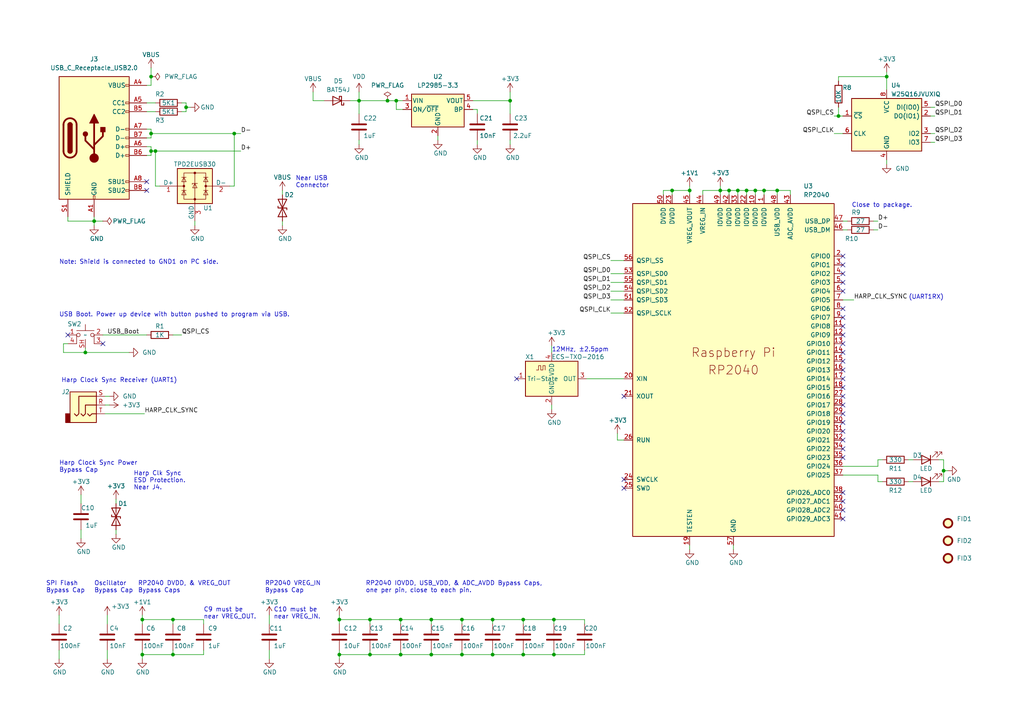
<source format=kicad_sch>
(kicad_sch (version 20230121) (generator eeschema)
  (paper "A4")
  (title_block (rev "0.1") (company "The Allen Institute"))
  (junction (at 273.685 136.525))
  (junction (at 112.395 29.21))
  (junction (at 147.955 29.21))
  (junction (at 104.14 29.21))
  (junction (at 213.995 55.245))
  (junction (at 107.315 179.705))
  (junction (at 41.275 189.865))
  (junction (at 45.085 43.815))
  (junction (at 133.985 189.865))
  (junction (at 194.945 55.245))
  (junction (at 116.205 179.705))
  (junction (at 211.455 55.245))
  (junction (at 27.305 64.135))
  (junction (at 98.425 179.705))
  (junction (at 67.945 38.735))
  (junction (at 98.425 189.865))
  (junction (at 24.765 102.235))
  (junction (at 160.655 189.865))
  (junction (at 116.205 189.865))
  (junction (at 125.095 179.705))
  (junction (at 43.815 43.815))
  (junction (at 107.315 189.865))
  (junction (at 243.205 33.655))
  (junction (at 216.535 55.245))
  (junction (at 151.765 179.705))
  (junction (at 221.615 55.245))
  (junction (at 257.175 22.225))
  (junction (at 50.165 179.705))
  (junction (at 142.875 179.705))
  (junction (at 133.985 179.705))
  (junction (at 53.975 31.115))
  (junction (at 43.815 38.735))
  (junction (at 160.655 179.705))
  (junction (at 208.915 55.245))
  (junction (at 114.935 29.21))
  (junction (at 41.275 179.705))
  (junction (at 50.165 189.865))
  (junction (at 225.425 55.245))
  (junction (at 43.815 22.225))
  (junction (at 142.875 189.865))
  (junction (at 125.095 189.865))
  (junction (at 219.075 55.245))
  (junction (at 151.765 189.865))
  (junction (at 200.025 55.245))
  (no_connect (at 244.475 109.855))
  (no_connect (at 244.475 130.175))
  (no_connect (at 244.475 117.475))
  (no_connect (at 244.475 99.695))
  (no_connect (at 244.475 81.915))
  (no_connect (at 244.475 79.375))
  (no_connect (at 42.545 52.705))
  (no_connect (at 244.475 145.415))
  (no_connect (at 244.475 150.495))
  (no_connect (at 244.475 94.615))
  (no_connect (at 244.475 92.075))
  (no_connect (at 244.475 74.295))
  (no_connect (at 244.475 120.015))
  (no_connect (at 244.475 132.715))
  (no_connect (at 180.975 139.065))
  (no_connect (at 29.845 99.695))
  (no_connect (at 244.475 125.095))
  (no_connect (at 244.475 142.875))
  (no_connect (at 244.475 114.935))
  (no_connect (at 244.475 107.315))
  (no_connect (at 244.475 104.775))
  (no_connect (at 42.545 55.245))
  (no_connect (at 244.475 89.535))
  (no_connect (at 244.475 102.235))
  (no_connect (at 244.475 84.455))
  (no_connect (at 244.475 122.555))
  (no_connect (at 149.86 109.855))
  (no_connect (at 244.475 112.395))
  (no_connect (at 244.475 97.155))
  (no_connect (at 180.975 141.605))
  (no_connect (at 244.475 127.635))
  (no_connect (at 19.685 97.155))
  (no_connect (at 180.975 114.935))
  (no_connect (at 244.475 76.835))
  (no_connect (at 244.475 147.955))
  (wire (pts (xy 59.055 180.975) (xy 59.055 179.705)))
  (wire (pts (xy 98.425 189.865) (xy 98.425 191.135)))
  (wire (pts (xy 257.175 22.225) (xy 257.175 26.035)))
  (wire (pts (xy 138.43 31.75) (xy 137.16 31.75)))
  (wire (pts (xy 42.545 29.845) (xy 45.085 29.845)))
  (wire (pts (xy 194.945 55.245) (xy 194.945 56.515)))
  (wire (pts (xy 160.02 117.475) (xy 160.02 118.745)))
  (wire (pts (xy 243.205 31.115) (xy 243.205 33.655)))
  (wire (pts (xy 18.415 102.235) (xy 24.765 102.235)))
  (wire (pts (xy 31.115 178.435) (xy 31.115 180.975)))
  (wire (pts (xy 142.875 189.865) (xy 133.985 189.865)))
  (wire (pts (xy 53.975 31.115) (xy 53.975 29.845)))
  (wire (pts (xy 192.405 55.245) (xy 192.405 56.515)))
  (wire (pts (xy 125.095 188.595) (xy 125.095 189.865)))
  (wire (pts (xy 27.305 64.135) (xy 27.305 65.405)))
  (wire (pts (xy 170.18 109.855) (xy 180.975 109.855)))
  (wire (pts (xy 200.025 55.245) (xy 200.025 56.515)))
  (wire (pts (xy 41.275 189.865) (xy 41.275 191.135)))
  (wire (pts (xy 257.175 20.955) (xy 257.175 22.225)))
  (wire (pts (xy 194.945 55.245) (xy 192.405 55.245)))
  (wire (pts (xy 254.635 137.795) (xy 244.475 137.795)))
  (wire (pts (xy 43.815 43.815) (xy 43.815 45.085)))
  (wire (pts (xy 104.14 29.21) (xy 104.14 33.02)))
  (wire (pts (xy 41.275 179.705) (xy 50.165 179.705)))
  (wire (pts (xy 151.765 180.975) (xy 151.765 179.705)))
  (wire (pts (xy 81.915 64.135) (xy 81.915 65.405)))
  (wire (pts (xy 33.655 144.78) (xy 33.655 146.05)))
  (wire (pts (xy 133.985 188.595) (xy 133.985 189.865)))
  (wire (pts (xy 160.655 189.865) (xy 169.545 189.865)))
  (wire (pts (xy 98.425 179.705) (xy 107.315 179.705)))
  (wire (pts (xy 229.235 56.515) (xy 229.235 55.245)))
  (wire (pts (xy 219.075 55.245) (xy 219.075 56.515)))
  (wire (pts (xy 138.43 40.64) (xy 138.43 41.91)))
  (wire (pts (xy 59.055 189.865) (xy 59.055 188.595)))
  (wire (pts (xy 53.975 31.115) (xy 55.245 31.115)))
  (wire (pts (xy 50.165 180.975) (xy 50.165 179.705)))
  (wire (pts (xy 43.815 24.765) (xy 42.545 24.765)))
  (wire (pts (xy 151.765 189.865) (xy 142.875 189.865)))
  (wire (pts (xy 244.475 66.675) (xy 245.745 66.675)))
  (wire (pts (xy 50.165 189.865) (xy 50.165 188.595)))
  (wire (pts (xy 114.935 31.75) (xy 116.84 31.75)))
  (wire (pts (xy 56.515 64.135) (xy 56.515 65.405)))
  (wire (pts (xy 169.545 179.705) (xy 160.655 179.705)))
  (wire (pts (xy 269.875 41.275) (xy 271.145 41.275)))
  (wire (pts (xy 243.205 23.495) (xy 243.205 22.225)))
  (wire (pts (xy 125.095 180.975) (xy 125.095 179.705)))
  (wire (pts (xy 273.685 136.525) (xy 273.685 139.7)))
  (wire (pts (xy 177.165 90.805) (xy 180.975 90.805)))
  (wire (pts (xy 43.815 45.085) (xy 42.545 45.085)))
  (wire (pts (xy 272.415 133.35) (xy 273.685 133.35)))
  (wire (pts (xy 27.305 64.135) (xy 29.845 64.135)))
  (wire (pts (xy 244.475 135.255) (xy 254.635 135.255)))
  (wire (pts (xy 269.875 38.735) (xy 271.145 38.735)))
  (wire (pts (xy 177.165 75.565) (xy 180.975 75.565)))
  (wire (pts (xy 78.105 178.435) (xy 78.105 180.975)))
  (wire (pts (xy 125.095 179.705) (xy 133.985 179.705)))
  (wire (pts (xy 127 39.37) (xy 127 40.64)))
  (wire (pts (xy 98.425 189.865) (xy 107.315 189.865)))
  (wire (pts (xy 169.545 188.595) (xy 169.545 189.865)))
  (wire (pts (xy 41.275 189.865) (xy 50.165 189.865)))
  (wire (pts (xy 43.815 19.685) (xy 43.815 22.225)))
  (wire (pts (xy 45.085 43.815) (xy 69.85 43.815)))
  (wire (pts (xy 133.985 179.705) (xy 133.985 180.975)))
  (wire (pts (xy 31.115 188.595) (xy 31.115 191.135)))
  (wire (pts (xy 104.14 40.64) (xy 104.14 41.91)))
  (wire (pts (xy 50.165 179.705) (xy 59.055 179.705)))
  (wire (pts (xy 229.235 55.245) (xy 225.425 55.245)))
  (wire (pts (xy 244.475 64.135) (xy 245.745 64.135)))
  (wire (pts (xy 50.165 97.155) (xy 52.705 97.155)))
  (wire (pts (xy 208.915 55.245) (xy 211.455 55.245)))
  (wire (pts (xy 43.815 37.465) (xy 43.815 38.735)))
  (wire (pts (xy 147.955 33.02) (xy 147.955 29.21)))
  (wire (pts (xy 142.875 179.705) (xy 151.765 179.705)))
  (wire (pts (xy 18.415 102.235) (xy 18.415 99.695)))
  (wire (pts (xy 67.945 38.735) (xy 67.945 53.975)))
  (wire (pts (xy 273.685 133.35) (xy 273.685 136.525)))
  (wire (pts (xy 212.725 158.115) (xy 212.725 159.385)))
  (wire (pts (xy 263.525 139.7) (xy 264.795 139.7)))
  (wire (pts (xy 52.705 32.385) (xy 53.975 32.385)))
  (wire (pts (xy 216.535 55.245) (xy 216.535 56.515)))
  (wire (pts (xy 112.395 29.21) (xy 104.14 29.21)))
  (wire (pts (xy 208.915 53.975) (xy 208.915 55.245)))
  (wire (pts (xy 107.315 188.595) (xy 107.315 189.865)))
  (wire (pts (xy 45.085 53.975) (xy 46.355 53.975)))
  (wire (pts (xy 114.935 31.75) (xy 114.935 29.21)))
  (wire (pts (xy 17.145 178.435) (xy 17.145 180.975)))
  (wire (pts (xy 116.205 179.705) (xy 125.095 179.705)))
  (wire (pts (xy 151.765 188.595) (xy 151.765 189.865)))
  (wire (pts (xy 255.905 139.7) (xy 254.635 139.7)))
  (wire (pts (xy 116.205 189.865) (xy 107.315 189.865)))
  (wire (pts (xy 200.025 158.115) (xy 200.025 159.385)))
  (wire (pts (xy 254.635 133.35) (xy 255.905 133.35)))
  (wire (pts (xy 53.975 32.385) (xy 53.975 31.115)))
  (wire (pts (xy 18.415 99.695) (xy 19.685 99.695)))
  (wire (pts (xy 133.985 189.865) (xy 125.095 189.865)))
  (wire (pts (xy 203.835 55.245) (xy 203.835 56.515)))
  (wire (pts (xy 272.415 139.7) (xy 273.685 139.7)))
  (wire (pts (xy 263.525 133.35) (xy 264.795 133.35)))
  (wire (pts (xy 116.205 188.595) (xy 116.205 189.865)))
  (wire (pts (xy 41.275 179.705) (xy 41.275 180.975)))
  (wire (pts (xy 41.275 188.595) (xy 41.275 189.865)))
  (wire (pts (xy 208.915 55.245) (xy 203.835 55.245)))
  (wire (pts (xy 23.495 143.51) (xy 23.495 146.05)))
  (wire (pts (xy 225.425 55.245) (xy 225.425 56.515)))
  (wire (pts (xy 112.395 29.21) (xy 114.935 29.21)))
  (wire (pts (xy 254.635 139.7) (xy 254.635 137.795)))
  (wire (pts (xy 211.455 55.245) (xy 213.995 55.245)))
  (wire (pts (xy 41.275 178.435) (xy 41.275 179.705)))
  (wire (pts (xy 27.305 62.865) (xy 27.305 64.135)))
  (wire (pts (xy 243.205 33.655) (xy 244.475 33.655)))
  (wire (pts (xy 30.48 117.475) (xy 31.75 117.475)))
  (wire (pts (xy 151.765 189.865) (xy 160.655 189.865)))
  (wire (pts (xy 19.685 62.865) (xy 19.685 64.135)))
  (wire (pts (xy 253.365 66.675) (xy 254.635 66.675)))
  (wire (pts (xy 30.48 120.015) (xy 41.91 120.015)))
  (wire (pts (xy 19.685 64.135) (xy 27.305 64.135)))
  (wire (pts (xy 180.975 79.375) (xy 177.165 79.375)))
  (wire (pts (xy 142.875 179.705) (xy 142.875 180.975)))
  (wire (pts (xy 208.915 55.245) (xy 208.915 56.515)))
  (wire (pts (xy 213.995 55.245) (xy 216.535 55.245)))
  (wire (pts (xy 29.845 97.155) (xy 42.545 97.155)))
  (wire (pts (xy 30.48 114.935) (xy 31.75 114.935)))
  (wire (pts (xy 269.875 33.655) (xy 271.145 33.655)))
  (wire (pts (xy 116.205 179.705) (xy 107.315 179.705)))
  (wire (pts (xy 50.165 189.865) (xy 59.055 189.865)))
  (wire (pts (xy 180.975 86.995) (xy 177.165 86.995)))
  (wire (pts (xy 24.765 102.235) (xy 37.465 102.235)))
  (wire (pts (xy 133.985 179.705) (xy 142.875 179.705)))
  (wire (pts (xy 225.425 55.245) (xy 221.615 55.245)))
  (wire (pts (xy 107.315 179.705) (xy 107.315 180.975)))
  (wire (pts (xy 200.025 53.975) (xy 200.025 55.245)))
  (wire (pts (xy 42.545 32.385) (xy 45.085 32.385)))
  (wire (pts (xy 43.815 40.005) (xy 42.545 40.005)))
  (wire (pts (xy 244.475 86.995) (xy 247.65 86.995)))
  (wire (pts (xy 81.915 55.245) (xy 81.915 56.515)))
  (wire (pts (xy 98.425 179.705) (xy 98.425 180.975)))
  (wire (pts (xy 142.875 188.595) (xy 142.875 189.865)))
  (wire (pts (xy 273.685 136.525) (xy 274.955 136.525)))
  (wire (pts (xy 219.075 55.245) (xy 221.615 55.245)))
  (wire (pts (xy 211.455 55.245) (xy 211.455 56.515)))
  (wire (pts (xy 43.815 22.225) (xy 43.815 24.765)))
  (wire (pts (xy 78.105 188.595) (xy 78.105 191.135)))
  (wire (pts (xy 269.875 31.115) (xy 271.145 31.115)))
  (wire (pts (xy 52.705 29.845) (xy 53.975 29.845)))
  (wire (pts (xy 43.815 43.815) (xy 45.085 43.815)))
  (wire (pts (xy 116.84 29.21) (xy 114.935 29.21)))
  (wire (pts (xy 253.365 64.135) (xy 254.635 64.135)))
  (wire (pts (xy 116.205 179.705) (xy 116.205 180.975)))
  (wire (pts (xy 160.655 189.865) (xy 160.655 188.595)))
  (wire (pts (xy 125.095 189.865) (xy 116.205 189.865)))
  (wire (pts (xy 160.02 100.33) (xy 160.02 102.235)))
  (wire (pts (xy 243.205 22.225) (xy 257.175 22.225)))
  (wire (pts (xy 137.16 29.21) (xy 147.955 29.21)))
  (wire (pts (xy 98.425 178.435) (xy 98.425 179.705)))
  (wire (pts (xy 216.535 55.245) (xy 219.075 55.245)))
  (wire (pts (xy 241.935 38.735) (xy 244.475 38.735)))
  (wire (pts (xy 23.495 153.67) (xy 23.495 156.21)))
  (wire (pts (xy 254.635 135.255) (xy 254.635 133.35)))
  (wire (pts (xy 43.815 38.735) (xy 67.945 38.735)))
  (wire (pts (xy 93.98 29.21) (xy 90.805 29.21)))
  (wire (pts (xy 241.935 33.655) (xy 243.205 33.655)))
  (wire (pts (xy 33.655 153.67) (xy 33.655 154.94)))
  (wire (pts (xy 45.085 43.815) (xy 45.085 53.975)))
  (wire (pts (xy 180.975 81.915) (xy 177.165 81.915)))
  (wire (pts (xy 213.995 55.245) (xy 213.995 56.515)))
  (wire (pts (xy 160.655 180.975) (xy 160.655 179.705)))
  (wire (pts (xy 104.14 29.21) (xy 104.14 26.67)))
  (wire (pts (xy 179.07 125.73) (xy 179.07 127.635)))
  (wire (pts (xy 24.765 100.965) (xy 24.765 102.235)))
  (wire (pts (xy 169.545 180.975) (xy 169.545 179.705)))
  (wire (pts (xy 98.425 188.595) (xy 98.425 189.865)))
  (wire (pts (xy 138.43 33.02) (xy 138.43 31.75)))
  (wire (pts (xy 147.955 26.67) (xy 147.955 29.21)))
  (wire (pts (xy 17.145 188.595) (xy 17.145 191.135)))
  (wire (pts (xy 43.815 38.735) (xy 43.815 40.005)))
  (wire (pts (xy 147.955 40.64) (xy 147.955 41.91)))
  (wire (pts (xy 43.815 42.545) (xy 43.815 43.815)))
  (wire (pts (xy 179.07 127.635) (xy 180.975 127.635)))
  (wire (pts (xy 90.805 29.21) (xy 90.805 26.67)))
  (wire (pts (xy 257.175 46.355) (xy 257.175 47.625)))
  (wire (pts (xy 67.945 53.975) (xy 66.675 53.975)))
  (wire (pts (xy 200.025 55.245) (xy 194.945 55.245)))
  (wire (pts (xy 42.545 42.545) (xy 43.815 42.545)))
  (wire (pts (xy 101.6 29.21) (xy 104.14 29.21)))
  (wire (pts (xy 221.615 55.245) (xy 221.615 56.515)))
  (wire (pts (xy 67.945 38.735) (xy 69.85 38.735)))
  (wire (pts (xy 42.545 37.465) (xy 43.815 37.465)))
  (wire (pts (xy 160.655 179.705) (xy 151.765 179.705)))
  (wire (pts (xy 180.975 84.455) (xy 177.165 84.455)))
  (text "C10 must be \nnear VREG_IN." (at 79.375 179.705 0) (effects (font (size 1.27 1.27)) (justify left bottom)))
  (text "C9 must be \nnear VREG_OUT." (at 59.055 179.705 0) (effects (font (size 1.27 1.27)) (justify left bottom)))
  (text "SPI Flash\nBypass Cap" (at 13.335 172.085 0) (effects (font (size 1.27 1.27)) (justify left bottom)))
  (text "Close to package." (at 247.015 60.325 0) (effects (font (size 1.27 1.27)) (justify left bottom)))
  (text "Harp Clock Sync Power\nBypass Cap" (at 17.145 137.16 0) (effects (font (size 1.27 1.27)) (justify left bottom)))
  (text "Harp Clock Sync Receiver (UART1)" (at 17.78 111.125 0) (effects (font (size 1.27 1.27)) (justify left bottom)))
  (text "Oscillator\nBypass Cap" (at 27.305 172.085 0) (effects (font (size 1.27 1.27)) (justify left bottom)))
  (text "RP2040 DVDD, & VREG_OUT \nBypass Caps" (at 40.005 172.085 0) (effects (font (size 1.27 1.27)) (justify left bottom)))
  (text "RP2040 VREG_IN\nBypass Cap" (at 76.835 172.085 0) (effects (font (size 1.27 1.27)) (justify left bottom)))
  (text "USB Boot. Power up device with button pushed to program via USB." (at 17.145 92.075 0) (effects (font (size 1.27 1.27)) (justify left bottom)))
  (text "(UART1RX)" (at 263.525 86.995 0) (effects (font (size 1.27 1.27)) (justify left bottom)))
  (text "RP2040 IOVDD, USB_VDD, & ADC_AVDD Bypass Caps, \none per pin, close to each pin." (at 106.045 172.085 0) (effects (font (size 1.27 1.27)) (justify left bottom)))
  (text "Near USB\nConnector" (at 85.725 54.61 0) (effects (font (size 1.27 1.27)) (justify left bottom)))
  (text "Note: Shield is connected to GND1 on PC side." (at 17.145 76.835 0) (effects (font (size 1.27 1.27)) (justify left bottom)))
  (text "12MHz, ±2.5ppm" (at 160.02 102.235 0) (effects (font (size 1.27 1.27)) (justify left bottom)))
  (text "Harp Clk Sync\nESD Protection.\nNear J4." (at 38.735 142.24 0) (effects (font (size 1.27 1.27)) (justify left bottom)))
  (label "D+" (at 69.85 43.815 0))
  (label "HARP_CLK_SYNC" (at 41.91 120.015 0))
  (label "QSPI_CS" (at 241.935 33.655 180))
  (label "D+" (at 254.635 64.135 0))
  (label "QSPI_CLK" (at 177.165 90.805 180))
  (label "QSPI_D1" (at 271.145 33.655 0))
  (label "QSPI_D1" (at 177.165 81.915 180))
  (label "QSPI_D0" (at 177.165 79.375 180))
  (label "QSPI_CS" (at 52.705 97.155 0))
  (label "USB_Boot" (at 31.115 97.155 0))
  (label "QSPI_D2" (at 177.165 84.455 180))
  (label "D-" (at 254.635 66.675 0))
  (label "QSPI_D0" (at 271.145 31.115 0))
  (label "D-" (at 69.85 38.735 0))
  (label "QSPI_CLK" (at 241.935 38.735 180))
  (label "QSPI_CS" (at 177.165 75.565 180))
  (label "HARP_CLK_SYNC" (at 247.65 86.995 0))
  (label "QSPI_D3" (at 177.165 86.995 180))
  (label "QSPI_D2" (at 271.145 38.735 0))
  (label "QSPI_D3" (at 271.145 41.275 0))
  (symbol (lib_id "power:GND") (at 138.43 41.91 0) (unit 1)
    (property "Reference" "#PWR032" (effects hide))
    (property "Value" "GND" (at 137.16 45.72 0) (effects (justify left)))
    (instances (project "usb_powered" (path "" (reference "#PWR032") (unit 1))) (project "harp_lick_detector_capactive" (path "" (reference "#PWR031") (unit 1))))
  )
  (symbol (lib_id "Device:R") (at 243.205 27.305 180) (unit 1)
    (property "Reference" "R8" (at 247.015 25.4 0) (effects (justify left)))
    (property "Value" "10K" (at 243.205 26.035 90) (effects (justify left)))
    (property "Footprint" "Resistor_SMD:R_0402_1005Metric" (effects hide))
    (property "Datasheet" "https://www.koaspeer.com/pdfs/SG73P.pdf" (effects hide))
    (property "Link" "https://www.digikey.com/en/products/detail/koa-speer-electronics-inc/SG73P1EWTTP1002F/14316756" (effects hide))
    (property "Manufacturer" "KOA Speer Electronics, Inc." (effects hide))
    (property "Manufacturer Number" "SG73P1EWTTP1002F" (effects hide))
    (property "Tolerance" "1%" (effects hide))
    (instances (project "usb_powered" (path "" (reference "R8") (unit 1))) (project "harp_lick_detector_capactive" (path "" (reference "R9") (unit 1))))
  )
  (symbol (lib_id "Connector:AudioJack3") (at 25.4 117.475 0) (unit 1)
    (property "Reference" "J2" (at 19.05 113.665 0))
    (property "Value" "AudioJack3" (effects hide))
    (property "Footprint" "Connector_Audio:Jack_3.5mm_CUI_SJ-3523-SMT_Horizontal" (effects hide))
    (property "Datasheet" "https://www.cuidevices.com/product/resource/sj-352x-smt.pdf" (effects hide))
    (property "Link" "https://www.digikey.com/en/products/detail/cui-devices/SJ-3524-SMT-TR-BE/2295987" (effects hide))
    (property "PCBWay Link" "https://www.pcbway.com/components/detail/SJ3523SMTTR/473228/" (effects hide))
    (property "Manufacturer Number" "SJ-3523-SMT-TR" (effects hide))
    (instances (project "usb_powered" (path "" (reference "J2") (unit 1))) (project "harp_lick_detector_capactive" (path "" (reference "J4") (unit 1))))
  )
  (symbol (lib_id "power:GND") (at 55.245 31.115 90) (unit 1)
    (property "Reference" "#PWR01" (effects hide))
    (property "Value" "GND" (at 62.23 31.115 90) (effects (justify left)))
    (instances (project "usb_powered" (path "" (reference "#PWR01") (unit 1))) (project "harp_lick_detector_capactive" (path "" (reference "#PWR031") (unit 1))))
  )
  (symbol (lib_id "Device:R") (at 46.355 97.155 90) (unit 1)
    (property "Reference" "R1" (at 46.355 94.615 90))
    (property "Value" "1K" (at 46.355 97.155 90))
    (property "Footprint" "Resistor_SMD:R_0402_1005Metric" (effects hide))
    (property "Datasheet" "n/a" (effects hide))
    (property "Tolerance" "1%" (effects hide))
    (property "Link" "https://www.digikey.com/en/products/detail/yageo/AC0402FR-131KL/14008372" (effects hide))
    (property "Manufacturer" "Yageo" (effects hide))
    (property "Manufacturer Number" "AC0402FR-131KL" (effects hide))
  )
  (symbol (lib_id "Device:C") (at 147.955 36.83 180) (unit 1)
    (property "Reference" "C23" (at 153.035 34.29 0) (effects (justify left)))
    (property "Value" "2.2uF" (at 154.305 39.37 0) (effects (justify left)))
    (property "Footprint" "Capacitor_SMD:C_0402_1005Metric" (effects hide))
    (property "Datasheet" "https://search.murata.co.jp/Ceramy/image/img/A01X/G101/ENG/GRM155Z71A225KE01-01.pdf" (effects hide))
    (property "Link" "https://www.digikey.com/en/products/detail/murata-electronics/GRM155Z71A225KE01D/13905066" (effects hide))
    (property "Manufacturer" "Murata Electronics" (effects hide))
    (property "Manufacturer Number" "GRM155Z71A225KE01D" (effects hide))
    (property "Rated Voltage" "10V" (effects hide))
    (property "Temperature Coefficient" "X7R" (effects hide))
    (property "Vendor Number" "490-GRM155Z71A225KE01DDKR-ND" (effects hide))
    (instances (project "usb_powered" (path "" (reference "C23") (unit 1))) (project "harp_lick_detector_capactive" (path "" (reference "C8") (unit 1)) (path "" (reference "C44") (unit 1)) (path "" (reference "C50") (unit 1))))
  )
  (symbol (lib_id "kicad_component_library:ECS-TXO-2016") (at 160.02 109.855 0) (unit 1)
    (property "Reference" "X1" (at 153.67 103.505 0))
    (property "Value" "ECS-TXO-2016" (at 167.64 103.505 0))
    (property "Footprint" "Crystal:Crystal_SMD_2016-4Pin_2.0x1.6mm" (effects hide))
    (property "Datasheet" "https://ecsxtal.com/store/pdf/ECS-TXO-2016.pdf" (effects hide))
    (property "Link" "https://www.digikey.com/en/products/detail/ecs-inc/ECS-TXO-2016-33-120-TR/10244135" (effects hide))
    (property "Manufacturer" "ECS Inc." (effects hide))
    (property "Manufacturer Number" "ECS-TXO-2016-33-120-TR" (effects hide))
    (property "Notes" "HCMOS" (effects hide))
    (property "Tolerance" "±2.5ppm" (effects hide))
    (property "PCBWay Link" "https://www.pcbway.com/components/detail/ECSTXO201633120TR/348903/" (effects hide))
  )
  (symbol (lib_id "Mechanical:Fiducial") (at 274.955 151.765 0) (unit 1)
    (property "Reference" "FID1" (at 277.495 150.4949 0) (effects (justify left)))
    (property "Value" "Fiducial" (effects hide))
    (property "Footprint" "Fiducial:Fiducial_0.5mm_Mask1mm" (effects hide))
    (property "Datasheet" "n/a" (effects hide))
    (property "Link" "n/a" (effects hide))
    (property "Manufacturer" "n/a" (effects hide))
    (property "Manufacturer Number" "n/a" (effects hide))
    (property "PCBWay Link" "n/a" (effects hide))
  )
  (symbol (lib_id "Device:LED") (at 268.605 133.35 180) (unit 1)
    (property "Reference" "D3" (at 266.065 132.08 0))
    (property "Value" "LED" (at 268.605 135.89 0))
    (property "Footprint" "LED_SMD:LED_0603_1608Metric_Pad1.05x0.95mm_HandSolder" (effects hide))
    (property "Datasheet" "https://www.sunledusa.com/products/spec/XZCDGK53W-1VF.pdf" (effects hide))
    (property "Link" "https://www.digikey.com/en/products/detail/sunled/XZCDGK53W-1VF/15761905" (effects hide))
    (property "Notes" "2mA, 98mcd, green" (effects hide))
    (property "Manufacturer" "SunLED" (effects hide))
    (property "Manufacturer Number" "XZCDGK53W-1VF" (effects hide))
    (property "PCBWay Link" "https://www.pcbway.com/components/detail/XZCDGK53W1VF/501988/" (effects hide))
    (instances (project "usb_powered" (path "" (reference "D3") (unit 1))) (project "harp_lick_detector_capactive" (path "" (reference "D1") (unit 1))))
  )
  (symbol (lib_id "Device:C") (at 98.425 184.785 0) (unit 1)
    (property "Reference" "C12" (at 99.695 182.245 0) (effects (justify left)))
    (property "Value" "10uF" (at 99.695 187.325 0) (effects (justify left)))
    (property "Footprint" "Capacitor_SMD:C_0805_2012Metric" (effects hide))
    (property "Datasheet" "https://search.murata.co.jp/Ceramy/image/img/A01X/G101/ENG/GRM21BZ71E106KE15-01.pdf" (effects hide))
    (property "Link" "https://www.digikey.com/en/products/detail/murata-electronics/GRM21BZ71E106KE15L/13904911" (effects hide))
    (property "Manufacturer Number" "GRM21BZ71E106KE15L" (effects hide))
    (property "Rated Voltage" "25V" (effects hide))
    (property "Temperature Coefficient" "X7R" (effects hide))
    (property "Manufacturer" "Murata Electronics" (effects hide))
    (instances (project "usb_powered" (path "" (reference "C12") (unit 1))) (project "harp_lick_detector_capactive" (path "" (reference "C11") (unit 1))))
  )
  (symbol (lib_id "power:GND") (at 160.02 118.745 0) (unit 1)
    (property "Reference" "#PWR035" (effects hide))
    (property "Value" "GND" (at 158.75 122.555 0) (effects (justify left)))
    (instances (project "usb_powered" (path "" (reference "#PWR035") (unit 1))) (project "harp_lick_detector_capactive" (path "" (reference "#PWR031") (unit 1))))
  )
  (symbol (lib_id "Device:C") (at 50.165 184.785 180) (unit 1)
    (property "Reference" "C8" (at 53.975 182.245 0) (effects (justify left)))
    (property "Value" "100nF" (at 56.515 187.325 0) (effects (justify left)))
    (property "Footprint" "Capacitor_SMD:C_0402_1005Metric" (effects hide))
    (property "Datasheet" "http://www.passivecomponent.com/wp-content/uploads/datasheet/WTC_MLCC_General_Purpose.pdf" (effects hide))
    (property "Link" "https://www.digikey.com/en/products/detail/walsin-technology-corporation/0402B104K160CT/6707534" (effects hide))
    (property "Manufacturer" "Walson Technology Corporation" (effects hide))
    (property "Manufacturer Number" "0402B104K160CT" (effects hide))
    (property "Rated Voltage" "16V" (effects hide))
    (property "Temperature Coefficient" "X7R" (effects hide))
    (property "Tolerance" "10%" (effects hide))
    (property "PCBWay Link" "https://www.pcbway.com/components/detail/0402B104K160CT/307171/" (effects hide))
    (instances (project "usb_powered" (path "" (reference "C8") (unit 1))) (project "harp_lick_detector_capactive" (path "" (reference "C7") (unit 1))))
  )
  (symbol (lib_id "power:+3V3") (at 208.915 53.975 0) (unit 1)
    (property "Reference" "#PWR040" (effects hide))
    (property "Value" "+3V3" (at 208.915 50.165 0))
    (instances (project "usb_powered" (path "" (reference "#PWR040") (unit 1))) (project "harp_lick_detector_capactive" (path "" (reference "#PWR035") (unit 1))))
  )
  (symbol (lib_id "power:+3V3") (at 160.02 100.33 0) (unit 1)
    (property "Reference" "#PWR034" (effects hide))
    (property "Value" "+3V3" (at 158.75 96.52 0) (effects (justify left)))
    (instances (project "usb_powered" (path "" (reference "#PWR034") (unit 1))) (project "harp_lick_detector_capactive" (path "" (reference "#PWR030") (unit 1))))
  )
  (symbol (lib_id "Device:R") (at 259.715 139.7 90) (unit 1)
    (property "Reference" "R12" (at 259.715 142.24 90))
    (property "Value" "330" (at 259.715 139.7 90))
    (property "Footprint" "Resistor_SMD:R_0402_1005Metric" (effects hide))
    (property "Datasheet" "https://industrial.panasonic.com/cdbs/www-data/pdf/RDM0000/AOA0000C307.pdf" (effects hide))
    (property "Link" "https://www.digikey.com/en/products/detail/panasonic-electronic-components/ERA-2AEB331X/1705993" (effects hide))
    (property "Manufacturer" "Panasonic Electronic Components" (effects hide))
    (property "Manufacturer Number" "ERA-2AEB331X" (effects hide))
    (property "Tolerance" "0.1%" (effects hide))
    (instances (project "usb_powered" (path "" (reference "R12") (unit 1))) (project "harp_lick_detector_capactive" (path "" (reference "R13") (unit 1))))
  )
  (symbol (lib_id "power:GND") (at 27.305 65.405 0) (unit 1)
    (property "Reference" "#PWR019" (effects hide))
    (property "Value" "GND" (at 26.035 69.215 0) (effects (justify left)))
    (instances (project "usb_powered" (path "" (reference "#PWR019") (unit 1))) (project "harp_lick_detector_capactive" (path "" (reference "#PWR031") (unit 1))))
  )
  (symbol (lib_id "Device:R") (at 259.715 133.35 90) (unit 1)
    (property "Reference" "R11" (at 259.715 135.89 90))
    (property "Value" "330" (at 259.715 133.35 90))
    (property "Footprint" "Resistor_SMD:R_0402_1005Metric" (effects hide))
    (property "Datasheet" "https://industrial.panasonic.com/cdbs/www-data/pdf/RDM0000/AOA0000C307.pdf" (effects hide))
    (property "Link" "https://www.digikey.com/en/products/detail/panasonic-electronic-components/ERA-2AEB331X/1705993" (effects hide))
    (property "Manufacturer" "Panasonic Electronic Components" (effects hide))
    (property "Manufacturer Number" "ERA-2AEB331X" (effects hide))
    (property "Tolerance" "0.1%" (effects hide))
    (instances (project "usb_powered" (path "" (reference "R11") (unit 1))) (project "harp_lick_detector_capactive" (path "" (reference "R12") (unit 1))))
  )
  (symbol (lib_id "power:VBUS") (at 43.815 19.685 0) (unit 1)
    (property "Reference" "#PWR017" (effects hide))
    (property "Value" "VBUS" (at 43.815 15.875 0))
    (instances (project "usb_powered" (path "" (reference "#PWR017") (unit 1))) (project "harp_lick_detector_capactive" (path "" (reference "#PWR016") (unit 1))))
  )
  (symbol (lib_id "power:GND") (at 200.025 159.385 0) (unit 1)
    (property "Reference" "#PWR039" (effects hide))
    (property "Value" "GND" (at 198.755 163.195 0) (effects (justify left)))
    (instances (project "usb_powered" (path "" (reference "#PWR039") (unit 1))) (project "harp_lick_detector_capactive" (path "" (reference "#PWR034") (unit 1))))
  )
  (symbol (lib_id "power:VBUS") (at 81.915 55.245 0) (unit 1)
    (property "Reference" "#PWR026" (effects hide))
    (property "Value" "VBUS" (at 81.915 51.435 0))
    (instances (project "usb_powered" (path "" (reference "#PWR026") (unit 1))) (project "harp_lick_detector_capactive" (path "" (reference "#PWR055") (unit 1))))
  )
  (symbol (lib_id "power:+3.3V") (at 257.175 20.955 0) (unit 1)
    (property "Reference" "#PWR042" (effects hide))
    (property "Value" "+3.3V" (at 257.175 17.145 0))
    (instances (project "usb_powered" (path "" (reference "#PWR042") (unit 1))) (project "harp_lick_detector_capactive" (path "" (reference "#PWR037") (unit 1))))
  )
  (symbol (lib_id "Device:C") (at 138.43 36.83 0) (unit 1)
    (property "Reference" "C21" (at 139.065 34.29 0) (effects (justify left)))
    (property "Value" "10nF" (at 139.065 39.37 0) (effects (justify left)))
    (property "Footprint" "Capacitor_SMD:C_0402_1005Metric" (effects hide))
    (property "Datasheet" "https://search.murata.co.jp/Ceramy/image/img/A01X/G101/ENG/GRM1555C1E103GE01-01A.pdf" (effects hide))
    (property "Link" "https://www.digikey.com/en/products/detail/murata-electronics/GRM1555C1E103GE01D/16033920" (effects hide))
    (property "Manufacturer Number" "GRM1555C1E103GE01D" (effects hide))
    (property "Manufacturer" "Murata Electronics" (effects hide))
    (property "Rated Voltage" "25V" (effects hide))
    (property "Temperature Coefficient" "COG/NP0" (effects hide))
    (property "Vendor Number" "490-GRM1555C1E103GE01DDKR-ND" (effects hide))
    (property "Tolerance" "2%" (effects hide))
    (instances (project "usb_powered" (path "" (reference "C21") (unit 1))) (project "harp_lick_detector_capactive" (path "" (reference "C10") (unit 1)) (path "" (reference "C32") (unit 1))))
  )
  (symbol (lib_id "Device:LED") (at 268.605 139.7 180) (unit 1)
    (property "Reference" "D4" (at 266.065 138.43 0))
    (property "Value" "LED" (at 268.605 142.24 0))
    (property "Footprint" "LED_SMD:LED_0603_1608Metric_Pad1.05x0.95mm_HandSolder" (effects hide))
    (property "Datasheet" "https://www.sunledusa.com/products/spec/XZCDGK53W-1VF.pdf" (effects hide))
    (property "Link" "https://www.digikey.com/en/products/detail/sunled/XZCDGK53W-1VF/15761905" (effects hide))
    (property "Notes" "2mA, 98mcd, green" (effects hide))
    (property "Manufacturer" "SunLED" (effects hide))
    (property "Manufacturer Number" "XZCDGK53W-1VF" (effects hide))
    (property "PCBWay Link" "https://www.pcbway.com/components/detail/XZCDGK53W1VF/501988/" (effects hide))
    (instances (project "usb_powered" (path "" (reference "D4") (unit 1))) (project "harp_lick_detector_capactive" (path "" (reference "D2") (unit 1))))
  )
  (symbol (lib_id "power:GND") (at 78.105 191.135 0) (unit 1)
    (property "Reference" "#PWR025" (effects hide))
    (property "Value" "GND" (at 76.2 194.945 0) (effects (justify left)))
    (instances (project "usb_powered" (path "" (reference "#PWR025") (unit 1))) (project "harp_lick_detector_capactive" (path "" (reference "#PWR022") (unit 1))))
  )
  (symbol (lib_id "power:+3.3V") (at 23.495 143.51 0) (unit 1)
    (property "Reference" "#PWR020" (effects hide))
    (property "Value" "+3.3V" (at 23.495 139.7 0))
    (instances (project "usb_powered" (path "" (reference "#PWR020") (unit 1))) (project "harp_lick_detector_capactive" (path "" (reference "#PWR017") (unit 1))))
  )
  (symbol (lib_id "power:GND") (at 127 40.64 0) (unit 1)
    (property "Reference" "#PWR031" (effects hide))
    (property "Value" "GND" (at 125.73 44.45 0) (effects (justify left)))
  )
  (symbol (lib_id "power:GND") (at 81.915 65.405 0) (unit 1)
    (property "Reference" "#PWR05" (effects hide))
    (property "Value" "GND" (at 80.645 69.215 0) (effects (justify left)))
    (instances (project "usb_powered" (path "" (reference "#PWR05") (unit 1))) (project "harp_lick_detector_capactive" (path "" (reference "#PWR031") (unit 1))))
  )
  (symbol (lib_id "power:+3.3V") (at 33.655 144.78 0) (unit 1)
    (property "Reference" "#PWR022" (effects hide))
    (property "Value" "+3.3V" (at 33.655 140.97 0))
    (instances (project "usb_powered" (path "" (reference "#PWR022") (unit 1))) (project "harp_lick_detector_capactive" (path "" (reference "#PWR094") (unit 1))))
  )
  (symbol (lib_id "Device:D_TVS") (at 33.655 149.86 90) (unit 1)
    (property "Reference" "D1" (at 34.29 146.05 90) (effects (justify right)))
    (property "Value" "D_TVS" (effects hide))
    (property "Footprint" "Diode_SMD:D_0402_1005Metric" (effects hide))
    (property "Datasheet" "https://www.onsemi.com/pdf/datasheet/esd7571-d.pdf" (effects hide))
    (property "Link" "https://www.digikey.com/en/products/detail/onsemi/ESD7571N2T5G/7220690" (effects hide))
    (property "Manufacturer" "onsemi" (effects hide))
    (property "Manufacturer Number" "ESD7571N2T5G" (effects hide))
    (property "Notes" "not polarized" (effects hide))
    (instances (project "usb_powered" (path "" (reference "D1") (unit 1))) (project "usb_isolated" (path "" (reference "D3") (unit 1))))
  )
  (symbol (lib_id "power:+3.3V") (at 31.115 178.435 0) (unit 1)
    (property "Reference" "#PWR010" (effects hide))
    (property "Value" "+3.3V" (at 34.925 175.895 0))
    (instances (project "usb_powered" (path "" (reference "#PWR010") (unit 1))) (project "harp_lick_detector_capactive" (path "" (reference "#PWR064") (unit 1)) (path "" (reference "#PWR064") (unit 1))))
  )
  (symbol (lib_id "Device:C") (at 169.545 184.785 180) (unit 1)
    (property "Reference" "C20" (at 173.355 182.245 0) (effects (justify left)))
    (property "Value" "100nF" (at 175.895 187.325 0) (effects (justify left)))
    (property "Footprint" "Capacitor_SMD:C_0402_1005Metric" (effects hide))
    (property "Datasheet" "http://www.passivecomponent.com/wp-content/uploads/datasheet/WTC_MLCC_General_Purpose.pdf" (effects hide))
    (property "Link" "https://www.digikey.com/en/products/detail/walsin-technology-corporation/0402B104K160CT/6707534" (effects hide))
    (property "Manufacturer" "Walson Technology Corporation" (effects hide))
    (property "Manufacturer Number" "0402B104K160CT" (effects hide))
    (property "Rated Voltage" "16V" (effects hide))
    (property "Temperature Coefficient" "X7R" (effects hide))
    (property "Tolerance" "10%" (effects hide))
    (property "PCBWay Link" "https://www.pcbway.com/components/detail/0402B104K160CT/307171/" (effects hide))
    (instances (project "usb_powered" (path "" (reference "C20") (unit 1))) (project "harp_lick_detector_capactive" (path "" (reference "C19") (unit 1))))
  )
  (symbol (lib_id "power:+1V1") (at 200.025 53.975 0) (unit 1)
    (property "Reference" "#PWR038" (effects hide))
    (property "Value" "+1V1" (at 200.025 50.165 0))
    (instances (project "usb_powered" (path "" (reference "#PWR038") (unit 1))) (project "harp_lick_detector_capactive" (path "" (reference "#PWR033") (unit 1))))
  )
  (symbol (lib_id "power:+3.3V") (at 98.425 178.435 0) (unit 1)
    (property "Reference" "#PWR028" (effects hide))
    (property "Value" "+3.3V" (at 98.425 174.625 0))
    (instances (project "usb_powered" (path "" (reference "#PWR028") (unit 1))) (project "harp_lick_detector_capactive" (path "" (reference "#PWR023") (unit 1))))
  )
  (symbol (lib_id "Device:C") (at 142.875 184.785 180) (unit 1)
    (property "Reference" "C17" (at 146.685 182.245 0) (effects (justify left)))
    (property "Value" "100nF" (at 149.225 187.325 0) (effects (justify left)))
    (property "Footprint" "Capacitor_SMD:C_0402_1005Metric" (effects hide))
    (property "Datasheet" "http://www.passivecomponent.com/wp-content/uploads/datasheet/WTC_MLCC_General_Purpose.pdf" (effects hide))
    (property "Link" "https://www.digikey.com/en/products/detail/walsin-technology-corporation/0402B104K160CT/6707534" (effects hide))
    (property "Manufacturer" "Walson Technology Corporation" (effects hide))
    (property "Manufacturer Number" "0402B104K160CT" (effects hide))
    (property "Rated Voltage" "16V" (effects hide))
    (property "Temperature Coefficient" "X7R" (effects hide))
    (property "Tolerance" "10%" (effects hide))
    (property "PCBWay Link" "https://www.pcbway.com/components/detail/0402B104K160CT/307171/" (effects hide))
    (instances (project "usb_powered" (path "" (reference "C17") (unit 1))) (project "harp_lick_detector_capactive" (path "" (reference "C16") (unit 1))))
  )
  (symbol (lib_id "Device:C") (at 133.985 184.785 180) (unit 1)
    (property "Reference" "C16" (at 137.795 182.245 0) (effects (justify left)))
    (property "Value" "100nF" (at 140.335 187.325 0) (effects (justify left)))
    (property "Footprint" "Capacitor_SMD:C_0402_1005Metric" (effects hide))
    (property "Datasheet" "http://www.passivecomponent.com/wp-content/uploads/datasheet/WTC_MLCC_General_Purpose.pdf" (effects hide))
    (property "Link" "https://www.digikey.com/en/products/detail/walsin-technology-corporation/0402B104K160CT/6707534" (effects hide))
    (property "Manufacturer" "Walson Technology Corporation" (effects hide))
    (property "Manufacturer Number" "0402B104K160CT" (effects hide))
    (property "Rated Voltage" "16V" (effects hide))
    (property "Temperature Coefficient" "X7R" (effects hide))
    (property "Tolerance" "10%" (effects hide))
    (property "PCBWay Link" "https://www.pcbway.com/components/detail/0402B104K160CT/307171/" (effects hide))
    (instances (project "usb_powered" (path "" (reference "C16") (unit 1))) (project "harp_lick_detector_capactive" (path "" (reference "C15") (unit 1))))
  )
  (symbol (lib_id "pi_pico:RP2040") (at 212.725 107.315 0) (unit 1)
    (property "Reference" "U3" (at 233.045 53.975 0) (effects (justify left)))
    (property "Value" "RP2040" (at 233.045 56.515 0) (effects (justify left)))
    (property "Footprint" "kicad_component_library:RP2040-QFN-56" (effects hide))
    (property "Datasheet" "https://datasheets.raspberrypi.com/rp2040/rp2040-datasheet.pdf" (effects hide))
    (property "PCBWay Link" "https://www.pcbway.com/components/detail/SC091413/363165/" (effects hide))
    (property "Link" "https://www.digikey.com/en/products/detail/raspberry-pi/SC0914-13/14306010?s=N4IgTCBcDaIE4AcwAYAsyQF0C%2BQ" (effects hide))
    (property "Manufacturer Number" "SC0914(13)" (effects hide))
    (property "Manufacturer" "Raspberry Pi" (effects hide))
    (instances (project "usb_powered" (path "" (reference "U3") (unit 1))) (project "harp_lick_detector_capactive" (path "" (reference "U4") (unit 1))))
  )
  (symbol (lib_id "Device:C") (at 78.105 184.785 0) (unit 1)
    (property "Reference" "C11" (at 78.105 182.245 0) (effects (justify left)))
    (property "Value" "1uF" (at 79.375 187.325 0) (effects (justify left)))
    (property "Footprint" "Capacitor_SMD:C_0402_1005Metric" (effects hide))
    (property "Datasheet" "https://search.murata.co.jp/Ceramy/image/img/A01X/G101/ENG/GRM155R6YA105KE11-01.pdf" (effects hide))
    (property "Notes" "must not be polarized" (effects hide))
    (property "Link" "https://www.digikey.com/en/products/detail/murata-electronics/GRM155R6YA105KE11J/4905163" (effects hide))
    (property "Manufacturer Number" "GRM155R6YA105KE11J" (effects hide))
    (property "Manufacturer" "Murata Electronics" (effects hide))
    (property "Rated Voltage" "35V" (effects hide))
    (property "Temperature Coefficient" "X5R" (effects hide))
    (instances (project "usb_powered" (path "" (reference "C11") (unit 1))) (project "harp_lick_detector_capactive" (path "" (reference "C10") (unit 1))))
  )
  (symbol (lib_id "kicad_component_library:SW_Push_with_gnd") (at 24.765 97.155 0) (unit 1)
    (property "Reference" "SW2" (at 21.59 93.98 0))
    (property "Value" "~" (at 24.765 97.155 0))
    (property "Footprint" "kicad_component_library:SW_Push_1P1T-SH_NO_Vertical_Wuerth_WS-TASV" (effects hide))
    (property "Datasheet" "https://www.we-online.com/components/products/datasheet/435451019820.pdf" (effects hide))
    (property "Manufacturer Number" "435451019820" (effects hide))
    (property "Manufacturer" "Würth Elektronik" (effects hide))
    (property "Link" "https://www.digikey.com/en/products/detail/w%C3%BCrth-elektronik/435451019820/18735367" (effects hide))
    (property "Alternate" "https://www.digikey.com/en/products/detail/w%C3%BCrth-elektronik/435431019840/18735375" (effects hide))
    (property "Notes" "aqueous washable" (effects hide))
    (instances (project "usb_powered" (path "" (reference "SW2") (unit 1))) (project "usb_isolated" (path "" (reference "SW1") (unit 1))))
  )
  (symbol (lib_id "Device:R") (at 48.895 32.385 90) (unit 1)
    (property "Reference" "R3" (at 46.355 34.925 90))
    (property "Value" "5K1" (at 48.895 32.385 90))
    (property "Footprint" "Resistor_SMD:R_0402_1005Metric" (effects hide))
    (property "Datasheet" "https://www.yageo.com/upload/media/product/productsearch/datasheet/rchip/PYu-RT_1-to-0.01_RoHS_L_13.pdf" (effects hide))
    (property "Link" "https://www.digikey.com/en/products/detail/yageo/RT0402FRE075K1L/1072083" (effects hide))
    (property "Manufacturer" "Yageo" (effects hide))
    (property "Manufacturer Number" "RT0402FRE075K1L" (effects hide))
    (property "Tolerance" "1%" (effects hide))
    (property "PCBWay Link" "https://www.pcbway.com/components/detail/RT0402FRE075K1L/449762/" (effects hide))
  )
  (symbol (lib_id "Device:R") (at 249.555 66.675 90) (unit 1)
    (property "Reference" "R10" (at 247.015 69.215 90))
    (property "Value" "27" (at 249.555 66.675 90))
    (property "Footprint" "Resistor_SMD:R_0402_1005Metric" (effects hide))
    (property "Datasheet" "RC0402FR-0727RL" (effects hide))
    (property "Link" "https://www.digikey.com/en/products/detail/yageo/RC0402FR-0727RL/5280946" (effects hide))
    (property "Manufacturer" "Yageo" (effects hide))
    (property "Manufacturer Number" "RC0402FR-0727RL" (effects hide))
    (property "Tolerance" "1%" (effects hide))
    (property "PCBWay Link" "https://www.pcbway.com/components/detail/RC0402FR0727RL/656670/" (effects hide))
    (instances (project "usb_powered" (path "" (reference "R10") (unit 1))) (project "harp_lick_detector_capactive" (path "" (reference "R11") (unit 1))))
  )
  (symbol (lib_id "power:GND") (at 31.75 114.935 90) (unit 1)
    (property "Reference" "#PWR07" (effects hide))
    (property "Value" "GND" (at 35.56 114.9349 90) (effects (justify right)))
  )
  (symbol (lib_id "power:GND") (at 104.14 41.91 0) (unit 1)
    (property "Reference" "#PWR036" (effects hide))
    (property "Value" "GND" (at 102.87 45.72 0) (effects (justify left)))
    (instances (project "usb_powered" (path "" (reference "#PWR036") (unit 1))) (project "harp_lick_detector_capactive" (path "" (reference "#PWR031") (unit 1))))
  )
  (symbol (lib_id "Diode:BAT54J") (at 97.79 29.21 180) (unit 1)
    (property "Reference" "D5" (at 98.1075 23.495 0))
    (property "Value" "BAT54J" (at 98.1075 26.035 0))
    (property "Footprint" "Diode_SMD:D_SOD-323F" (effects hide))
    (property "Datasheet" "https://assets.nexperia.com/documents/data-sheet/BAT54J.pdf" (effects hide))
    (property "Manufacturer Number" "BAT54J,115" (effects hide))
    (property "Manufacturer" "Nexperia USA Inc." (effects hide))
    (property "PCBWay Link" "https://www.pcbway.com/components/detail/BAT54J115/291478/" (effects hide))
    (property "Link" "https://www.digikey.com/en/products/detail/nexperia-usa-inc/BAT54J-115/1692654" (effects hide))
  )
  (symbol (lib_id "power:VBUS") (at 90.805 26.67 0) (unit 1)
    (property "Reference" "#PWR027" (effects hide))
    (property "Value" "VBUS" (at 90.805 22.86 0))
    (instances (project "usb_powered" (path "" (reference "#PWR027") (unit 1))) (project "harp_lick_detector_capactive" (path "" (reference "#PWR016") (unit 1))))
  )
  (symbol (lib_id "Connector:USB_C_Receptacle_USB2.0") (at 27.305 40.005 0) (unit 1)
    (property "Reference" "J3" (at 27.305 17.145 0))
    (property "Value" "USB_C_Receptacle_USB2.0" (at 27.305 19.685 0))
    (property "Footprint" "Connector_USB:USB_C_Receptacle_JAE_DX07S016JA1R1500" (effects hide))
    (property "Datasheet" "https://www.jae.com/direct/topics/topics_file_download/?topics_id=66500&ext_no=04&_lang=en&v=2019072610033121856109" (effects hide))
    (property "Link" "https://www.digikey.com/en/products/detail/jae-electronics/DX07S016JA1R1500/11585731?s=N4IgTCBcDaICIA0AMB2AykgjANgFIEFMAlTAViSRAF0BfIA" (effects hide))
    (property "Manufacturer" "JAE Electronics" (effects hide))
    (property "Manufacturer Number" "DX07S016JA1R1500" (effects hide))
    (property "PCBWay Link" "https://www.pcbway.com/components/detail/DX07S016JA1R1500/10895/" (effects hide))
    (instances (project "usb_powered" (path "" (reference "J3") (unit 1))) (project "harp_lick_detector_capactive" (path "" (reference "J5") (unit 1))))
  )
  (symbol (lib_id "Device:C") (at 104.14 36.83 0) (unit 1)
    (property "Reference" "C22" (at 105.41 34.29 0) (effects (justify left)))
    (property "Value" "1uF" (at 105.41 39.37 0) (effects (justify left)))
    (property "Footprint" "Capacitor_SMD:C_0402_1005Metric" (effects hide))
    (property "Datasheet" "https://search.murata.co.jp/Ceramy/image/img/A01X/G101/ENG/GRM155R6YA105KE11-01.pdf" (effects hide))
    (property "Notes" "must not be polarized" (effects hide))
    (property "Link" "https://www.digikey.com/en/products/detail/murata-electronics/GRM155R6YA105KE11J/4905163" (effects hide))
    (property "Manufacturer Number" "GRM155R6YA105KE11J" (effects hide))
    (property "Manufacturer" "Murata Electronics" (effects hide))
    (property "Rated Voltage" "35V" (effects hide))
    (property "Temperature Coefficient" "X5R" (effects hide))
    (instances (project "usb_powered" (path "" (reference "C22") (unit 1))) (project "harp_lick_detector_capactive" (path "" (reference "C6") (unit 1)) (path "" (reference "C41") (unit 1))))
  )
  (symbol (lib_id "Device:C") (at 17.145 184.785 180) (unit 1)
    (property "Reference" "C2" (at 20.955 182.245 0) (effects (justify left)))
    (property "Value" "100nF" (at 23.495 187.325 0) (effects (justify left)))
    (property "Footprint" "Capacitor_SMD:C_0402_1005Metric" (effects hide))
    (property "Datasheet" "http://www.passivecomponent.com/wp-content/uploads/datasheet/WTC_MLCC_General_Purpose.pdf" (effects hide))
    (property "Link" "https://www.digikey.com/en/products/detail/walsin-technology-corporation/0402B104K160CT/6707534" (effects hide))
    (property "Manufacturer" "Walson Technology Corporation" (effects hide))
    (property "Manufacturer Number" "0402B104K160CT" (effects hide))
    (property "Rated Voltage" "16V" (effects hide))
    (property "Temperature Coefficient" "X7R" (effects hide))
    (property "Tolerance" "10%" (effects hide))
    (property "PCBWay Link" "https://www.pcbway.com/components/detail/0402B104K160CT/307171/" (effects hide))
    (instances (project "usb_powered" (path "" (reference "C2") (unit 1))) (project "harp_lick_detector_capactive" (path "" (reference "C1") (unit 1))))
  )
  (symbol (lib_id "Memory_Flash:W25Q128JVS") (at 257.175 36.195 0) (unit 1)
    (property "Reference" "U4" (at 258.445 24.765 0) (effects (justify left)))
    (property "Value" "W25Q16JVUXIQ" (at 258.445 27.305 0) (effects (justify left)))
    (property "Footprint" "kicad_component_library:Winbond-8USON-2x3mm" (effects hide))
    (property "Datasheet" "https://www.winbond.com/resource-files/w25q16jv%20spi%20revh%2004082019%20plus.pdf" (effects hide))
    (property "Link" "https://www.digikey.com/en/products/detail/winbond-electronics/W25Q16JVUXIQ-TR/15182017" (effects hide))
    (property "Manufacturer" "Winbond Electronics" (effects hide))
    (property "Manufacturer Number" "W25Q16JVUXIQ TR" (effects hide))
    (property "PCBWay Link" "https://www.pcbway.com/components" (effects hide))
    (instances (project "usb_powered" (path "" (reference "U4") (unit 1))) (project "harp_lick_detector_capactive" (path "" (reference "U5") (unit 1))))
  )
  (symbol (lib_id "Device:R") (at 48.895 29.845 90) (unit 1)
    (property "Reference" "R2" (at 46.355 27.305 90))
    (property "Value" "5K1" (at 48.895 29.845 90))
    (property "Footprint" "Resistor_SMD:R_0402_1005Metric" (effects hide))
    (property "Datasheet" "https://www.yageo.com/upload/media/product/productsearch/datasheet/rchip/PYu-RT_1-to-0.01_RoHS_L_13.pdf" (effects hide))
    (property "Link" "https://www.digikey.com/en/products/detail/yageo/RT0402FRE075K1L/1072083" (effects hide))
    (property "Manufacturer" "Yageo" (effects hide))
    (property "Manufacturer Number" "RT0402FRE075K1L" (effects hide))
    (property "Tolerance" "1%" (effects hide))
    (property "PCBWay Link" "https://www.pcbway.com/components/detail/RT0402FRE075K1L/449762/" (effects hide))
  )
  (symbol (lib_id "power:+3V3") (at 179.07 125.73 0) (unit 1)
    (property "Reference" "#PWR037" (effects hide))
    (property "Value" "+3V3" (at 176.53 121.92 0) (effects (justify left)))
    (instances (project "usb_powered" (path "" (reference "#PWR037") (unit 1))) (project "harp_lick_detector_capactive" (path "" (reference "#PWR032") (unit 1))))
  )
  (symbol (lib_id "power:+3.3V") (at 17.145 178.435 0) (unit 1)
    (property "Reference" "#PWR03" (effects hide))
    (property "Value" "+3.3V" (at 17.145 174.625 0))
    (instances (project "usb_powered" (path "" (reference "#PWR03") (unit 1))) (project "harp_lick_detector_capactive" (path "" (reference "#PWR01") (unit 1))))
  )
  (symbol (lib_id "Device:C") (at 107.315 184.785 180) (unit 1)
    (property "Reference" "C13" (at 111.125 182.245 0) (effects (justify left)))
    (property "Value" "100nF" (at 113.665 187.325 0) (effects (justify left)))
    (property "Footprint" "Capacitor_SMD:C_0402_1005Metric" (effects hide))
    (property "Datasheet" "http://www.passivecomponent.com/wp-content/uploads/datasheet/WTC_MLCC_General_Purpose.pdf" (effects hide))
    (property "Link" "https://www.digikey.com/en/products/detail/walsin-technology-corporation/0402B104K160CT/6707534" (effects hide))
    (property "Manufacturer" "Walson Technology Corporation" (effects hide))
    (property "Manufacturer Number" "0402B104K160CT" (effects hide))
    (property "Rated Voltage" "16V" (effects hide))
    (property "Temperature Coefficient" "X7R" (effects hide))
    (property "Tolerance" "10%" (effects hide))
    (property "PCBWay Link" "https://www.pcbway.com/components/detail/0402B104K160CT/307171/" (effects hide))
    (instances (project "usb_powered" (path "" (reference "C13") (unit 1))) (project "harp_lick_detector_capactive" (path "" (reference "C12") (unit 1))))
  )
  (symbol (lib_id "Device:C") (at 125.095 184.785 180) (unit 1)
    (property "Reference" "C15" (at 128.905 182.245 0) (effects (justify left)))
    (property "Value" "100nF" (at 131.445 187.325 0) (effects (justify left)))
    (property "Footprint" "Capacitor_SMD:C_0402_1005Metric" (effects hide))
    (property "Datasheet" "http://www.passivecomponent.com/wp-content/uploads/datasheet/WTC_MLCC_General_Purpose.pdf" (effects hide))
    (property "Link" "https://www.digikey.com/en/products/detail/walsin-technology-corporation/0402B104K160CT/6707534" (effects hide))
    (property "Manufacturer" "Walson Technology Corporation" (effects hide))
    (property "Manufacturer Number" "0402B104K160CT" (effects hide))
    (property "Rated Voltage" "16V" (effects hide))
    (property "Temperature Coefficient" "X7R" (effects hide))
    (property "Tolerance" "10%" (effects hide))
    (property "PCBWay Link" "https://www.pcbway.com/components/detail/0402B104K160CT/307171/" (effects hide))
    (instances (project "usb_powered" (path "" (reference "C15") (unit 1))) (project "harp_lick_detector_capactive" (path "" (reference "C14") (unit 1))))
  )
  (symbol (lib_id "power:GND") (at 98.425 191.135 0) (unit 1)
    (property "Reference" "#PWR029" (effects hide))
    (property "Value" "GND" (at 96.52 194.945 0) (effects (justify left)))
    (instances (project "usb_powered" (path "" (reference "#PWR029") (unit 1))) (project "harp_lick_detector_capactive" (path "" (reference "#PWR024") (unit 1))))
  )
  (symbol (lib_id "Device:C") (at 160.655 184.785 180) (unit 1)
    (property "Reference" "C19" (at 164.465 182.245 0) (effects (justify left)))
    (property "Value" "100nF" (at 167.005 187.325 0) (effects (justify left)))
    (property "Footprint" "Capacitor_SMD:C_0402_1005Metric" (effects hide))
    (property "Datasheet" "http://www.passivecomponent.com/wp-content/uploads/datasheet/WTC_MLCC_General_Purpose.pdf" (effects hide))
    (property "Link" "https://www.digikey.com/en/products/detail/walsin-technology-corporation/0402B104K160CT/6707534" (effects hide))
    (property "Manufacturer" "Walson Technology Corporation" (effects hide))
    (property "Manufacturer Number" "0402B104K160CT" (effects hide))
    (property "Rated Voltage" "16V" (effects hide))
    (property "Temperature Coefficient" "X7R" (effects hide))
    (property "Tolerance" "10%" (effects hide))
    (property "PCBWay Link" "https://www.pcbway.com/components/detail/0402B104K160CT/307171/" (effects hide))
    (instances (project "usb_powered" (path "" (reference "C19") (unit 1))) (project "harp_lick_detector_capactive" (path "" (reference "C18") (unit 1))))
  )
  (symbol (lib_id "power:GND") (at 147.955 41.91 0) (unit 1)
    (property "Reference" "#PWR033" (effects hide))
    (property "Value" "GND" (at 146.685 45.72 0) (effects (justify left)))
    (instances (project "usb_powered" (path "" (reference "#PWR033") (unit 1))) (project "harp_lick_detector_capactive" (path "" (reference "#PWR031") (unit 1))))
  )
  (symbol (lib_id "power:GND") (at 274.955 136.525 90) (unit 1)
    (property "Reference" "#PWR044" (effects hide))
    (property "Value" "GND" (at 278.765 139.065 90) (effects (justify left)))
    (instances (project "usb_powered" (path "" (reference "#PWR044") (unit 1))) (project "harp_lick_detector_capactive" (path "" (reference "#PWR039") (unit 1))))
  )
  (symbol (lib_id "power:PWR_FLAG") (at 43.815 22.225 270) (unit 1)
    (property "Reference" "#FLG02" (effects hide))
    (property "Value" "PWR_FLAG" (at 47.625 22.2249 90) (effects (justify left)))
  )
  (symbol (lib_id "Regulator_Linear:LP2985-3.3") (at 127 31.75 0) (unit 1)
    (property "Reference" "U2" (at 127 22.225 0))
    (property "Value" "LP2985-3.3" (at 127 24.765 0))
    (property "Footprint" "Package_TO_SOT_SMD:SOT-23-5" (effects hide))
    (property "Datasheet" "http://www.ti.com/lit/ds/symlink/lp2985.pdf" (effects hide))
    (property "Manufacturer" "Texas Instruments" (effects hide))
    (property "Manufacturer Number" "LP2985-33DBVR" (effects hide))
    (property "Link" "https://www.digikey.com/en/products/detail/texas-instruments/LP2985-33DBVR/809759" (effects hide))
    (property "PCBWay Link" "https://www.pcbway.com/components/detail/LP298533DBVR/567284/" (effects hide))
  )
  (symbol (lib_id "power:GND") (at 37.465 102.235 90) (unit 1)
    (property "Reference" "#PWR02" (effects hide))
    (property "Value" "GND" (at 41.275 102.2349 90) (effects (justify right)))
    (instances (project "usb_powered" (path "" (reference "#PWR02") (unit 1))) (project "usb_isolated" (path "" (reference "#PWR010") (unit 1))))
  )
  (symbol (lib_id "Device:C") (at 151.765 184.785 180) (unit 1)
    (property "Reference" "C18" (at 155.575 182.245 0) (effects (justify left)))
    (property "Value" "100nF" (at 158.115 187.325 0) (effects (justify left)))
    (property "Footprint" "Capacitor_SMD:C_0402_1005Metric" (effects hide))
    (property "Datasheet" "http://www.passivecomponent.com/wp-content/uploads/datasheet/WTC_MLCC_General_Purpose.pdf" (effects hide))
    (property "Link" "https://www.digikey.com/en/products/detail/walsin-technology-corporation/0402B104K160CT/6707534" (effects hide))
    (property "Manufacturer" "Walson Technology Corporation" (effects hide))
    (property "Manufacturer Number" "0402B104K160CT" (effects hide))
    (property "Rated Voltage" "16V" (effects hide))
    (property "Temperature Coefficient" "X7R" (effects hide))
    (property "Tolerance" "10%" (effects hide))
    (property "PCBWay Link" "https://www.pcbway.com/components/detail/0402B104K160CT/307171/" (effects hide))
    (instances (project "usb_powered" (path "" (reference "C18") (unit 1))) (project "harp_lick_detector_capactive" (path "" (reference "C17") (unit 1))))
  )
  (symbol (lib_id "Device:C") (at 59.055 184.785 0) (unit 1)
    (property "Reference" "C9" (at 60.325 182.245 0) (effects (justify left)))
    (property "Value" "1uF" (at 60.325 187.325 0) (effects (justify left)))
    (property "Footprint" "Capacitor_SMD:C_0402_1005Metric" (effects hide))
    (property "Datasheet" "https://search.murata.co.jp/Ceramy/image/img/A01X/G101/ENG/GRM155R6YA105KE11-01.pdf" (effects hide))
    (property "Notes" "must not be polarized" (effects hide))
    (property "Link" "https://www.digikey.com/en/products/detail/murata-electronics/GRM155R6YA105KE11J/4905163" (effects hide))
    (property "Manufacturer Number" "GRM155R6YA105KE11J" (effects hide))
    (property "Manufacturer" "Murata Electronics" (effects hide))
    (property "Rated Voltage" "35V" (effects hide))
    (property "Temperature Coefficient" "X5R" (effects hide))
  )
  (symbol (lib_id "Device:C") (at 23.495 149.86 0) (unit 1)
    (property "Reference" "C10" (at 23.495 147.32 0) (effects (justify left)))
    (property "Value" "1uF" (at 24.765 152.4 0) (effects (justify left)))
    (property "Footprint" "Capacitor_SMD:C_0402_1005Metric" (effects hide))
    (property "Datasheet" "https://search.murata.co.jp/Ceramy/image/img/A01X/G101/ENG/GRM155R6YA105KE11-01.pdf" (effects hide))
    (property "Notes" "must not be polarized" (effects hide))
    (property "Link" "https://www.digikey.com/en/products/detail/murata-electronics/GRM155R6YA105KE11J/4905163" (effects hide))
    (property "Manufacturer Number" "GRM155R6YA105KE11J" (effects hide))
    (property "Manufacturer" "Murata Electronics" (effects hide))
    (property "Rated Voltage" "35V" (effects hide))
    (property "Temperature Coefficient" "X5R" (effects hide))
    (instances (project "usb_powered" (path "" (reference "C10") (unit 1))) (project "harp_lick_detector_capactive" (path "" (reference "C8") (unit 1))))
  )
  (symbol (lib_id "power:GND") (at 33.655 154.94 0) (unit 1)
    (property "Reference" "#PWR023" (effects hide))
    (property "Value" "GND" (at 32.385 158.75 0) (effects (justify left)))
    (instances (project "usb_powered" (path "" (reference "#PWR023") (unit 1))) (project "harp_lick_detector_capactive" (path "" (reference "#PWR095") (unit 1))))
  )
  (symbol (lib_id "Device:R") (at 249.555 64.135 90) (unit 1)
    (property "Reference" "R9" (at 248.285 61.595 90))
    (property "Value" "27" (at 249.555 64.135 90))
    (property "Footprint" "Resistor_SMD:R_0402_1005Metric" (effects hide))
    (property "Datasheet" "RC0402FR-0727RL" (effects hide))
    (property "Link" "https://www.digikey.com/en/products/detail/yageo/RC0402FR-0727RL/5280946" (effects hide))
    (property "Manufacturer" "Yageo" (effects hide))
    (property "Manufacturer Number" "RC0402FR-0727RL" (effects hide))
    (property "Tolerance" "1%" (effects hide))
    (property "PCBWay Link" "https://www.pcbway.com/components/detail/RC0402FR0727RL/656670/" (effects hide))
    (instances (project "usb_powered" (path "" (reference "R9") (unit 1))) (project "harp_lick_detector_capactive" (path "" (reference "R10") (unit 1))))
  )
  (symbol (lib_id "Device:D_TVS") (at 81.915 60.325 90) (unit 1)
    (property "Reference" "D2" (at 82.55 56.515 90) (effects (justify right)))
    (property "Value" "D_TVS" (effects hide))
    (property "Footprint" "Diode_SMD:D_0402_1005Metric" (effects hide))
    (property "Datasheet" "https://www.onsemi.com/pdf/datasheet/esd7571-d.pdf" (effects hide))
    (property "Link" "https://www.digikey.com/en/products/detail/onsemi/ESD7571N2T5G/7220690" (effects hide))
    (property "Manufacturer" "onsemi" (effects hide))
    (property "Manufacturer Number" "ESD7571N2T5G" (effects hide))
    (property "Notes" "not polarized" (effects hide))
    (instances (project "usb_powered" (path "" (reference "D2") (unit 1))) (project "usb_isolated" (path "" (reference "D3") (unit 1))))
  )
  (symbol (lib_id "Device:C") (at 116.205 184.785 180) (unit 1)
    (property "Reference" "C14" (at 120.015 182.245 0) (effects (justify left)))
    (property "Value" "100nF" (at 122.555 187.325 0) (effects (justify left)))
    (property "Footprint" "Capacitor_SMD:C_0402_1005Metric" (effects hide))
    (property "Datasheet" "http://www.passivecomponent.com/wp-content/uploads/datasheet/WTC_MLCC_General_Purpose.pdf" (effects hide))
    (property "Link" "https://www.digikey.com/en/products/detail/walsin-technology-corporation/0402B104K160CT/6707534" (effects hide))
    (property "Manufacturer" "Walson Technology Corporation" (effects hide))
    (property "Manufacturer Number" "0402B104K160CT" (effects hide))
    (property "Rated Voltage" "16V" (effects hide))
    (property "Temperature Coefficient" "X7R" (effects hide))
    (property "Tolerance" "10%" (effects hide))
    (property "PCBWay Link" "https://www.pcbway.com/components/detail/0402B104K160CT/307171/" (effects hide))
    (instances (project "usb_powered" (path "" (reference "C14") (unit 1))) (project "harp_lick_detector_capactive" (path "" (reference "C13") (unit 1))))
  )
  (symbol (lib_id "power:PWR_FLAG") (at 112.395 29.21 0) (unit 1)
    (property "Reference" "#FLG03" (effects hide))
    (property "Value" "PWR_FLAG" (at 112.395 24.765 0))
    (instances (project "usb_powered" (path "" (reference "#FLG03") (unit 1))) (project "harp_lick_detector_capactive" (path "" (reference "#FLG02") (unit 1))))
  )
  (symbol (lib_id "power:+1V1") (at 41.275 178.435 0) (unit 1)
    (property "Reference" "#PWR015" (effects hide))
    (property "Value" "+1V1" (at 41.275 174.625 0))
    (instances (project "usb_powered" (path "" (reference "#PWR015") (unit 1))) (project "harp_lick_detector_capactive" (path "" (reference "#PWR014") (unit 1))))
  )
  (symbol (lib_id "power:GND") (at 23.495 156.21 0) (unit 1)
    (property "Reference" "#PWR021" (effects hide))
    (property "Value" "GND" (at 22.225 160.02 0) (effects (justify left)))
    (instances (project "usb_powered" (path "" (reference "#PWR021") (unit 1))) (project "harp_lick_detector_capactive" (path "" (reference "#PWR018") (unit 1))))
  )
  (symbol (lib_id "power:GND") (at 31.115 191.135 0) (unit 1)
    (property "Reference" "#PWR011" (effects hide))
    (property "Value" "GND" (at 29.21 194.945 0) (effects (justify left)))
    (instances (project "usb_powered" (path "" (reference "#PWR011") (unit 1))) (project "harp_lick_detector_capactive" (path "" (reference "#PWR012") (unit 1))))
  )
  (symbol (lib_id "Device:C") (at 31.115 184.785 0) (unit 1)
    (property "Reference" "C4" (at 31.75 182.245 0) (effects (justify left)))
    (property "Value" "10nF" (at 31.75 187.325 0) (effects (justify left)))
    (property "Footprint" "Capacitor_SMD:C_0402_1005Metric" (effects hide))
    (property "Datasheet" "https://search.murata.co.jp/Ceramy/image/img/A01X/G101/ENG/GRM1555C1E103GE01-01A.pdf" (effects hide))
    (property "Link" "https://www.digikey.com/en/products/detail/murata-electronics/GRM1555C1E103GE01D/16033920" (effects hide))
    (property "Manufacturer Number" "GRM1555C1E103GE01D" (effects hide))
    (property "Manufacturer" "Murata Electronics" (effects hide))
    (property "Rated Voltage" "25V" (effects hide))
    (property "Temperature Coefficient" "COG/NP0" (effects hide))
    (property "Vendor Number" "490-GRM1555C1E103GE01DDKR-ND" (effects hide))
    (property "Tolerance" "2%" (effects hide))
    (instances (project "usb_powered" (path "" (reference "C4") (unit 1))) (project "harp_lick_detector_capactive" (path "" (reference "C10") (unit 1)) (path "" (reference "C32") (unit 1))))
  )
  (symbol (lib_id "Device:C") (at 41.275 184.785 180) (unit 1)
    (property "Reference" "C6" (at 45.085 182.245 0) (effects (justify left)))
    (property "Value" "100nF" (at 47.625 187.325 0) (effects (justify left)))
    (property "Footprint" "Capacitor_SMD:C_0402_1005Metric" (effects hide))
    (property "Datasheet" "http://www.passivecomponent.com/wp-content/uploads/datasheet/WTC_MLCC_General_Purpose.pdf" (effects hide))
    (property "Link" "https://www.digikey.com/en/products/detail/walsin-technology-corporation/0402B104K160CT/6707534" (effects hide))
    (property "Manufacturer" "Walson Technology Corporation" (effects hide))
    (property "Manufacturer Number" "0402B104K160CT" (effects hide))
    (property "Rated Voltage" "16V" (effects hide))
    (property "Temperature Coefficient" "X7R" (effects hide))
    (property "Tolerance" "10%" (effects hide))
    (property "PCBWay Link" "https://www.pcbway.com/components/detail/0402B104K160CT/307171/" (effects hide))
  )
  (symbol (lib_id "power:+3V3") (at 31.75 117.475 270) (unit 1)
    (property "Reference" "#PWR08" (effects hide))
    (property "Value" "+3V3" (at 38.1 117.475 90))
  )
  (symbol (lib_id "power:GND") (at 41.275 191.135 0) (unit 1)
    (property "Reference" "#PWR016" (effects hide))
    (property "Value" "GND" (at 39.37 194.945 0) (effects (justify left)))
    (instances (project "usb_powered" (path "" (reference "#PWR016") (unit 1))) (project "harp_lick_detector_capactive" (path "" (reference "#PWR015") (unit 1))))
  )
  (symbol (lib_id "power:GND") (at 257.175 47.625 0) (unit 1)
    (property "Reference" "#PWR043" (effects hide))
    (property "Value" "GND" (at 259.715 48.8949 0) (effects (justify left)))
    (instances (project "usb_powered" (path "" (reference "#PWR043") (unit 1))) (project "harp_lick_detector_capactive" (path "" (reference "#PWR038") (unit 1))))
  )
  (symbol (lib_id "power:+3V3") (at 147.955 26.67 0) (unit 1)
    (property "Reference" "#PWR045" (effects hide))
    (property "Value" "+3V3" (at 147.955 22.86 0))
    (instances (project "usb_powered" (path "" (reference "#PWR045") (unit 1))) (project "harp_lick_detector_capactive" (path "" (reference "#PWR035") (unit 1))))
  )
  (symbol (lib_id "power:GND") (at 212.725 159.385 0) (unit 1)
    (property "Reference" "#PWR041" (effects hide))
    (property "Value" "GND" (at 211.455 163.195 0) (effects (justify left)))
    (instances (project "usb_powered" (path "" (reference "#PWR041") (unit 1))) (project "harp_lick_detector_capactive" (path "" (reference "#PWR036") (unit 1))))
  )
  (symbol (lib_id "power:GND") (at 17.145 191.135 0) (unit 1)
    (property "Reference" "#PWR04" (effects hide))
    (property "Value" "GND" (at 15.24 194.945 0) (effects (justify left)))
    (instances (project "usb_powered" (path "" (reference "#PWR04") (unit 1))) (project "harp_lick_detector_capactive" (path "" (reference "#PWR02") (unit 1))))
  )
  (symbol (lib_id "power:VDD") (at 104.14 26.67 0) (unit 1)
    (property "Reference" "#PWR030" (effects hide))
    (property "Value" "VDD" (at 104.14 22.225 0))
  )
  (symbol (lib_id "power:+3.3V") (at 78.105 178.435 0) (unit 1)
    (property "Reference" "#PWR024" (effects hide))
    (property "Value" "+3.3V" (at 78.105 174.625 0))
    (instances (project "usb_powered" (path "" (reference "#PWR024") (unit 1))) (project "harp_lick_detector_capactive" (path "" (reference "#PWR021") (unit 1))))
  )
  (symbol (lib_id "power:PWR_FLAG") (at 29.845 64.135 270) (unit 1)
    (property "Reference" "#FLG01" (effects hide))
    (property "Value" "PWR_FLAG" (at 37.465 64.135 90))
  )
  (symbol (lib_id "Mechanical:Fiducial") (at 274.955 156.845 0) (unit 1)
    (property "Reference" "FID2" (at 277.495 156.8449 0) (effects (justify left)))
    (property "Value" "Fiducial" (effects hide))
    (property "Footprint" "Fiducial:Fiducial_0.5mm_Mask1mm" (effects hide))
    (property "Datasheet" "n/a" (effects hide))
    (property "Link" "n/a" (effects hide))
    (property "Manufacturer" "n/a" (effects hide))
    (property "Manufacturer Number" "n/a" (effects hide))
    (property "PCBWay Link" "n/a" (effects hide))
  )
  (symbol (lib_id "Power_Protection:TPD2EUSB30") (at 56.515 53.975 0) (unit 1)
    (property "Reference" "U1" (at 60.325 60.325 0))
    (property "Value" "TPD2EUSB30" (at 56.515 47.625 0))
    (property "Footprint" "Package_TO_SOT_SMD:Texas_DRT-3" (effects hide))
    (property "Datasheet" "http://www.ti.com/lit/ds/symlink/tpd2eusb30a.pdf" (effects hide))
    (property "Link" "https://www.digikey.com/en/products/detail/texas-instruments/TPD2EUSB30DRTR/2193486" (effects hide))
    (property "PCBWay Link" "https://www.pcbway.com/components/detail/TPD2EUSB30ADRTR/324861/" (effects hide))
    (property "Manufacturer" "Texas Instruments" (effects hide))
    (property "Manufacturer Number" "TPD2EUSB30DRTR" (effects hide))
    (instances (project "usb_powered" (path "" (reference "U1") (unit 1))) (project "harp_lick_detector_capactive" (path "" (reference "U2") (unit 1))))
  )
  (symbol (lib_id "Mechanical:Fiducial") (at 274.955 161.925 0) (unit 1)
    (property "Reference" "FID3" (at 277.495 161.9249 0) (effects (justify left)))
    (property "Value" "Fiducial" (effects hide))
    (property "Footprint" "Fiducial:Fiducial_0.5mm_Mask1mm" (effects hide))
    (property "Datasheet" "n/a" (effects hide))
    (property "Link" "n/a" (effects hide))
    (property "Manufacturer" "n/a" (effects hide))
    (property "Manufacturer Number" "n/a" (effects hide))
    (property "PCBWay Link" "n/a" (effects hide))
  )
  (symbol (lib_id "power:GND") (at 56.515 65.405 0) (unit 1)
    (property "Reference" "#PWR018" (effects hide))
    (property "Value" "GND" (at 55.245 69.215 0) (effects (justify left)))
    (instances (project "usb_powered" (path "" (reference "#PWR018") (unit 1))) (project "harp_lick_detector_capactive" (path "" (reference "#PWR031") (unit 1))))
  )
)
</source>
